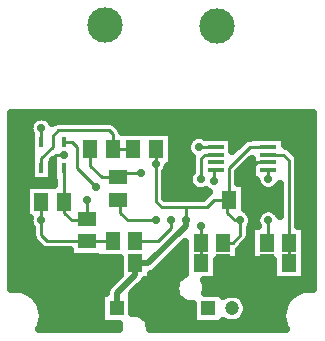
<source format=gbr>
G04 DipTrace 3.2.0.1*
G04 Bottom.gbr*
%MOIN*%
G04 #@! TF.FileFunction,Copper,L2,Bot*
G04 #@! TF.Part,Single*
G04 #@! TA.AperFunction,Conductor*
%ADD14C,0.01*%
%ADD16C,0.02*%
G04 #@! TA.AperFunction,CopperBalancing*
%ADD17C,0.025*%
%ADD19R,0.051181X0.059055*%
%ADD20R,0.059055X0.051181*%
G04 #@! TA.AperFunction,ComponentPad*
%ADD21R,0.047244X0.047244*%
%ADD22C,0.047244*%
%ADD24R,0.057087X0.017717*%
%ADD25R,0.017717X0.037402*%
G04 #@! TA.AperFunction,ComponentPad*
%ADD28C,0.11811*%
G04 #@! TA.AperFunction,ViaPad*
%ADD29C,0.027559*%
%FSLAX26Y26*%
G04*
G70*
G90*
G75*
G01*
G04 Bottom*
%LPD*%
X1337550Y1000012D2*
D14*
X1300043D1*
X1281294Y981262D1*
Y875001D1*
X743738Y1043769D2*
Y987513D1*
X781241Y950009D1*
X837497D1*
X618622Y981262D2*
X612474D1*
X618724Y975012D1*
Y1012516D1*
X631226Y1025017D1*
X656228D1*
Y662479D2*
X818745D1*
X912505Y962510D2*
X837497D1*
Y950009D1*
X1406102Y662479D2*
Y731236D1*
X1337550Y1025012D2*
X1337555Y1025017D1*
X1387555D1*
X1406102Y1006470D1*
Y731236D1*
X831247Y512463D2*
D16*
Y562469D1*
X893549Y624770D1*
Y662479D1*
X937508D1*
X1062521Y787492D1*
Y806244D1*
D14*
Y849999D1*
X981262D1*
X962510Y868751D1*
Y1043769D1*
X1187534Y731236D2*
X1218787D1*
X1243790Y756239D1*
Y806244D1*
X1225038D1*
X1200035Y831247D1*
Y875001D1*
X1206491D1*
X656024Y1067877D2*
X682126D1*
X699983Y1050020D1*
Y981262D1*
X762490Y918756D1*
X962510Y993764D2*
Y1043769D1*
X1337550Y1050012D2*
X1275035D1*
X1206286Y981262D1*
Y875001D1*
X1206491D1*
X1156281D1*
X1131278Y849999D1*
X1062521D1*
X1337550Y806244D2*
Y731236D1*
X1331299D1*
X1162550Y975012D2*
X1156281D1*
Y937508D1*
X1337550Y975012D2*
Y943759D1*
X1162550Y1025012D2*
X1125022D1*
X1112731Y1012720D1*
Y943759D1*
Y787697D2*
Y731236D1*
Y662479D1*
X731236Y812290D2*
Y806244D1*
X681231D1*
X656024Y831451D1*
Y868751D1*
X731236Y812290D2*
Y875001D1*
X1106276Y1050012D2*
X1162550D1*
X656024Y981262D2*
Y868751D1*
X818541Y1043769D2*
X881252D1*
X887707D1*
X581220Y981262D2*
Y1012516D1*
X618724Y1050020D1*
Y1087524D1*
X637476Y1106276D1*
X806244D1*
X818541Y1093979D1*
Y1043769D1*
X818950Y737487D2*
X731236D1*
X581220Y868751D2*
Y806244D1*
Y1112526D2*
Y1067877D1*
X731236Y737487D2*
X599972D1*
X581220Y756239D1*
Y806244D1*
X962510D2*
X868751D1*
X843748Y831247D1*
Y881252D1*
X837702Y875206D1*
X837497D1*
X1012516Y806244D2*
Y781241D1*
X968761Y737487D1*
X893753D1*
D29*
X656228Y1025017D3*
Y662479D3*
X912505Y962510D3*
X762490Y918756D3*
X962510Y993764D3*
X1337550Y806244D3*
X1243790D3*
X1156281Y937508D3*
X1337550Y943759D3*
X1112731D3*
Y787697D3*
X731236Y875001D3*
X1106276Y1050012D3*
X581220Y806244D3*
Y1112526D3*
X962510Y806244D3*
X1012516D3*
X1062521D3*
X1312547Y449957D3*
X483727Y1137664D2*
D17*
X547265D1*
X615171D2*
X632419D1*
X811314D2*
X1485063D1*
X483727Y1112795D2*
X538438D1*
X846301D2*
X1485063D1*
X483727Y1087927D2*
X543354D1*
X1017109D2*
X1090193D1*
X1122357D2*
X1485063D1*
X483727Y1063058D2*
X543354D1*
X1017109D2*
X1065684D1*
X1220070D2*
X1241050D1*
X1395077D2*
X1485063D1*
X483727Y1038189D2*
X543354D1*
X1017109D2*
X1065290D1*
X1421416D2*
X1485063D1*
X483727Y1013320D2*
X543354D1*
X1017109D2*
X1078747D1*
X1439358D2*
X1485063D1*
X483727Y988451D2*
X543354D1*
X1017109D2*
X1078747D1*
X1260512D2*
X1280021D1*
X1440112D2*
X1485063D1*
X483727Y963583D2*
X543354D1*
X996512D2*
X1075193D1*
X1240273D2*
X1280021D1*
X1440112D2*
X1485063D1*
X483727Y938714D2*
X543354D1*
X996512D2*
X1070277D1*
X1240273D2*
X1295092D1*
X1440112D2*
X1485063D1*
X483727Y913845D2*
X526633D1*
X996512D2*
X1083268D1*
X1261085D2*
X1308081D1*
X1440112D2*
X1485063D1*
X483727Y888976D2*
X526633D1*
X996512D2*
X1123206D1*
X1261085D2*
X1372100D1*
X1440112D2*
X1485063D1*
X483727Y864108D2*
X526633D1*
X1261085D2*
X1372100D1*
X1440112D2*
X1485063D1*
X483727Y839239D2*
X526633D1*
X1269375D2*
X1311958D1*
X1440112D2*
X1485063D1*
X483727Y814370D2*
X526633D1*
X1440112D2*
X1485063D1*
X483727Y789501D2*
X542098D1*
X1282903D2*
X1298429D1*
X1440112D2*
X1485063D1*
X483727Y764633D2*
X547230D1*
X1460673D2*
X1485063D1*
X483727Y739764D2*
X551895D1*
X1460673D2*
X1485063D1*
X483727Y714895D2*
X575542D1*
X1044022D2*
X1058148D1*
X1249495D2*
X1276719D1*
X1460673D2*
X1485063D1*
X483727Y690026D2*
X672717D1*
X1019155D2*
X1058148D1*
X1242102D2*
X1276719D1*
X1460673D2*
X1485063D1*
X483727Y665157D2*
X838969D1*
X994287D2*
X1058148D1*
X1167320D2*
X1351538D1*
X1460673D2*
X1485063D1*
X483727Y640289D2*
X838969D1*
X969419D2*
X1058148D1*
X1167320D2*
X1351538D1*
X1460673D2*
X1485063D1*
X483727Y615420D2*
X830105D1*
X948139D2*
X1038484D1*
X1167320D2*
X1351538D1*
X1460673D2*
X1485063D1*
X483727Y590551D2*
X805236D1*
X913440D2*
X1025171D1*
X1131759D2*
X1485063D1*
X543438Y565682D2*
X792390D1*
X888572D2*
X1025816D1*
X1131150D2*
X1425387D1*
X570387Y540814D2*
X778647D1*
X883871D2*
X1041104D1*
X1260081D2*
X1398403D1*
X583018Y515945D2*
X778647D1*
X883871D2*
X1084919D1*
X1268765D2*
X1385772D1*
X587504Y491076D2*
X778647D1*
X917890D2*
X1084919D1*
X1264100D2*
X1381286D1*
X585063Y466207D2*
X778647D1*
X940533D2*
X1084919D1*
X1238049D2*
X1383726D1*
X1237768Y931021D2*
X1258573D1*
Y843715D1*
X1264832Y840581D1*
X1269945Y836867D1*
X1274413Y832399D1*
X1278127Y827286D1*
X1280996Y821655D1*
X1282949Y815646D1*
X1283937Y809404D1*
Y803084D1*
X1282949Y796843D1*
X1280996Y790833D1*
X1278127Y785202D1*
X1275277Y781186D1*
X1275185Y753768D1*
X1274412Y748887D1*
X1272885Y744188D1*
X1270642Y739785D1*
X1267736Y735786D1*
X1241049Y708962D1*
X1239617Y704579D1*
Y675217D1*
X1164798D1*
X1164814Y606459D1*
X1122865D1*
X1126517Y599293D1*
X1129038Y591531D1*
X1130315Y583472D1*
Y575312D1*
X1129038Y567253D1*
X1127659Y562589D1*
X1187643Y562577D1*
Y553571D1*
X1193517Y557115D1*
X1200783Y560125D1*
X1208429Y561961D1*
X1216269Y562577D1*
X1224109Y561961D1*
X1231755Y560125D1*
X1239021Y557115D1*
X1245726Y553007D1*
X1251705Y547899D1*
X1256812Y541920D1*
X1260921Y535215D1*
X1263930Y527949D1*
X1265766Y520303D1*
X1266383Y512463D1*
X1265766Y504623D1*
X1263930Y496978D1*
X1260921Y489711D1*
X1256812Y483007D1*
X1251705Y477028D1*
X1245726Y471920D1*
X1239021Y467811D1*
X1231755Y464802D1*
X1224109Y462966D1*
X1216269Y462349D1*
X1208429Y462966D1*
X1200783Y464802D1*
X1193517Y467811D1*
X1187643Y471365D1*
Y462349D1*
X1087415D1*
Y528197D1*
X1082554Y527551D1*
X1074394D1*
X1066335Y528828D1*
X1058573Y531349D1*
X1051303Y535054D1*
X1044702Y539850D1*
X1038932Y545621D1*
X1034135Y552222D1*
X1030430Y559492D1*
X1027909Y567253D1*
X1026633Y575312D1*
Y583472D1*
X1027909Y591531D1*
X1030430Y599293D1*
X1034135Y606563D1*
X1038932Y613164D1*
X1044702Y618934D1*
X1051303Y623731D1*
X1058573Y627436D1*
X1060654Y628202D1*
X1060648Y734030D1*
X961207Y634730D1*
X956575Y631365D1*
X951472Y628765D1*
X946016Y626993D1*
X945631Y626635D1*
Y606459D1*
X925142D1*
X921298Y601071D1*
X886874Y566488D1*
X881367Y560982D1*
X881361Y496730D1*
X886222Y497375D1*
X894382D1*
X902441Y496098D1*
X910202Y493577D1*
X917472Y489873D1*
X924073Y485076D1*
X929844Y479306D1*
X934640Y472705D1*
X938345Y465434D1*
X940866Y457673D1*
X942143Y449614D1*
X942231Y443701D1*
X1394844Y443705D1*
X1390663Y452475D1*
X1388180Y459206D1*
X1386232Y466110D1*
X1384832Y473147D1*
X1383990Y480272D1*
X1383707Y487441D1*
X1383990Y494610D1*
X1384832Y501735D1*
X1386232Y508772D1*
X1388180Y515676D1*
X1390663Y522407D1*
X1393667Y528923D1*
X1397172Y535182D1*
X1401157Y541148D1*
X1405600Y546782D1*
X1410470Y552050D1*
X1415738Y556920D1*
X1421371Y561362D1*
X1427337Y565348D1*
X1433597Y568853D1*
X1440113Y571857D1*
X1446844Y574340D1*
X1453748Y576287D1*
X1460785Y577688D1*
X1467909Y578530D1*
X1475079Y578812D1*
X1482248Y578530D1*
X1487563Y577902D1*
X1487567Y1162560D1*
X481205Y1162533D1*
X481209Y577955D1*
X493701Y578832D1*
X500870Y578550D1*
X507995Y577707D1*
X515031Y576307D1*
X521936Y574360D1*
X528667Y571877D1*
X535182Y568873D1*
X541442Y565367D1*
X547408Y561382D1*
X553042Y556940D1*
X558310Y552070D1*
X563180Y546802D1*
X567622Y541168D1*
X571608Y535202D1*
X575113Y528942D1*
X578117Y522427D1*
X580600Y515696D1*
X582547Y508791D1*
X583948Y501755D1*
X584790Y494630D1*
X585072Y487461D1*
X584790Y480291D1*
X583948Y473167D1*
X582547Y466130D1*
X580600Y459226D1*
X578117Y452495D1*
X573840Y443705D1*
X838352D1*
X838461Y449614D1*
X839738Y457673D1*
X841117Y462337D1*
X781133Y462349D1*
Y562577D1*
X794732D1*
X795203Y568177D1*
X796541Y573745D1*
X798732Y579035D1*
X801724Y583919D1*
X805442Y588273D1*
X841449Y624278D1*
X841466Y681493D1*
X766867Y681467D1*
Y685378D1*
X675217Y685404D1*
Y705966D1*
X597501Y706092D1*
X592621Y706865D1*
X587921Y708392D1*
X583518Y710635D1*
X579520Y713539D1*
X558953Y733971D1*
X555743Y737728D1*
X553160Y741942D1*
X551269Y746507D1*
X550115Y751312D1*
X549728Y756239D1*
Y781178D1*
X546883Y785202D1*
X544014Y790833D1*
X542062Y796843D1*
X541073Y803084D1*
Y809404D1*
X541440Y812731D1*
X529138D1*
Y924770D1*
X624554D1*
X624531Y936105D1*
X620673Y936070D1*
Y1007444D1*
X616571Y998896D1*
Y936070D1*
X545870D1*
Y1093268D1*
X544014Y1097115D1*
X542062Y1103125D1*
X541073Y1109366D1*
Y1115686D1*
X542062Y1121928D1*
X544014Y1127937D1*
X546883Y1133568D1*
X550597Y1138681D1*
X555066Y1143150D1*
X560178Y1146864D1*
X565810Y1149732D1*
X571819Y1151685D1*
X578060Y1152673D1*
X584381D1*
X590622Y1151685D1*
X596631Y1149732D1*
X602262Y1146864D1*
X607375Y1143150D1*
X611844Y1138681D1*
X615558Y1133568D1*
X617273Y1130440D1*
X621022Y1133127D1*
X625425Y1135370D1*
X630125Y1136898D1*
X635005Y1137671D1*
X701781Y1137768D1*
X808715Y1137671D1*
X813596Y1136898D1*
X818295Y1135370D1*
X822698Y1133127D1*
X826697Y1130222D1*
X840808Y1116247D1*
X844018Y1112490D1*
X846601Y1108276D1*
X848492Y1103710D1*
X849164Y1101322D1*
X853997Y1099789D1*
X1014593D1*
Y987749D1*
X1002357D1*
X1000811Y981319D1*
X998392Y975480D1*
X995091Y970093D1*
X993997Y968706D1*
X994003Y881824D1*
X1008822Y881491D1*
X1118249D1*
X1135828Y898949D1*
X1137778Y900484D1*
X1137997Y901626D1*
X1132610Y904928D1*
X1129736Y907245D1*
X1125176Y905458D1*
X1119031Y903983D1*
X1112731Y903487D1*
X1106430Y903983D1*
X1100286Y905458D1*
X1094448Y907877D1*
X1089060Y911178D1*
X1084255Y915282D1*
X1080151Y920088D1*
X1076849Y925475D1*
X1074430Y931314D1*
X1072955Y937458D1*
X1072459Y943759D1*
X1072955Y950059D1*
X1074430Y956203D1*
X1076849Y962042D1*
X1080151Y967429D1*
X1081244Y968816D1*
X1081336Y1015192D1*
X1081629Y1017656D1*
X1075652Y1023857D1*
X1071938Y1028970D1*
X1069070Y1034601D1*
X1067117Y1040610D1*
X1066129Y1046852D1*
Y1053172D1*
X1067117Y1059413D1*
X1069070Y1065423D1*
X1071938Y1071054D1*
X1075652Y1076167D1*
X1080121Y1080635D1*
X1085234Y1084349D1*
X1090865Y1087218D1*
X1096874Y1089171D1*
X1103115Y1090159D1*
X1109436D1*
X1115677Y1089171D1*
X1121686Y1087218D1*
X1125887Y1085362D1*
X1217585D1*
Y1037098D1*
X1254583Y1073959D1*
X1258581Y1076864D1*
X1262984Y1079106D1*
X1267684Y1080634D1*
X1272564Y1081407D1*
X1275045Y1081504D1*
X1282514Y1085362D1*
X1392585D1*
Y1056117D1*
X1397287Y1054969D1*
X1401852Y1053077D1*
X1406066Y1050495D1*
X1409823Y1047285D1*
X1430050Y1026923D1*
X1432954Y1022924D1*
X1435197Y1018521D1*
X1436724Y1013822D1*
X1437497Y1008941D1*
X1437594Y942165D1*
Y787253D1*
X1458185Y787256D1*
Y606459D1*
X1354020D1*
Y675252D1*
X1279217Y675217D1*
X1279324Y787256D1*
X1302003D1*
X1299249Y793799D1*
X1297774Y799944D1*
X1297278Y806244D1*
X1297774Y812545D1*
X1299249Y818689D1*
X1301668Y824528D1*
X1304970Y829915D1*
X1309073Y834720D1*
X1313879Y838824D1*
X1319266Y842126D1*
X1325105Y844545D1*
X1331249Y846020D1*
X1337550Y846516D1*
X1343850Y846020D1*
X1349995Y844545D1*
X1355833Y842126D1*
X1361220Y838824D1*
X1366026Y834720D1*
X1370130Y829915D1*
X1373432Y824528D1*
X1374606Y821980D1*
X1374610Y927990D1*
X1371887Y922717D1*
X1368173Y917604D1*
X1363705Y913135D1*
X1358592Y909421D1*
X1352961Y906552D1*
X1346951Y904600D1*
X1340710Y903612D1*
X1334390D1*
X1328148Y904600D1*
X1322139Y906552D1*
X1316508Y909421D1*
X1311395Y913135D1*
X1306927Y917604D1*
X1303213Y922717D1*
X1300344Y928348D1*
X1298391Y934357D1*
X1297514Y939655D1*
X1282514Y939661D1*
X1282550Y1010362D1*
X1277816Y1008256D1*
X1237802Y968241D1*
X1237778Y930988D1*
D19*
X1281294Y875001D3*
X1206491D3*
D20*
X837497Y950009D3*
Y875206D3*
D19*
X818745Y662479D3*
X893549D3*
D20*
X731236Y737487D3*
Y812290D3*
D21*
X1137529Y512463D3*
D22*
X1216269D3*
D21*
X831247D3*
D22*
X752507D3*
D19*
X1331299Y731236D3*
X1406102D3*
X1331299Y662479D3*
X1406102D3*
X1187534Y731236D3*
X1112731D3*
X1187534Y662479D3*
X1112731D3*
X962510Y1043769D3*
X887707D3*
X743738D3*
X818541D3*
X893753Y737487D3*
X818950D3*
X581220Y868751D3*
X656024D3*
D24*
X1337550Y975012D3*
Y1000012D3*
Y1025012D3*
Y1050012D3*
X1162550Y975012D3*
Y1000012D3*
Y1025012D3*
Y1050012D3*
D25*
X581220Y981262D3*
X618622D3*
X581220Y1067877D3*
X656024D3*
Y981262D3*
D28*
X793743Y1456312D3*
X1167759Y1455525D3*
M02*

</source>
